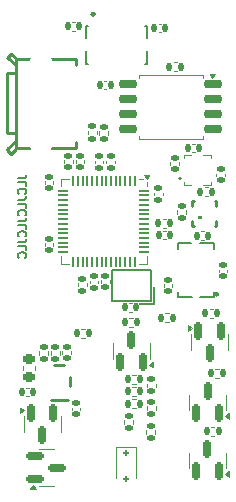
<source format=gbr>
%TF.GenerationSoftware,KiCad,Pcbnew,8.0.0*%
%TF.CreationDate,2024-09-27T20:32:54-07:00*%
%TF.ProjectId,lyrav3r2,6c797261-7633-4723-922e-6b696361645f,rev?*%
%TF.SameCoordinates,Original*%
%TF.FileFunction,Legend,Bot*%
%TF.FilePolarity,Positive*%
%FSLAX46Y46*%
G04 Gerber Fmt 4.6, Leading zero omitted, Abs format (unit mm)*
G04 Created by KiCad (PCBNEW 8.0.0) date 2024-09-27 20:32:54*
%MOMM*%
%LPD*%
G01*
G04 APERTURE LIST*
G04 Aperture macros list*
%AMRoundRect*
0 Rectangle with rounded corners*
0 $1 Rounding radius*
0 $2 $3 $4 $5 $6 $7 $8 $9 X,Y pos of 4 corners*
0 Add a 4 corners polygon primitive as box body*
4,1,4,$2,$3,$4,$5,$6,$7,$8,$9,$2,$3,0*
0 Add four circle primitives for the rounded corners*
1,1,$1+$1,$2,$3*
1,1,$1+$1,$4,$5*
1,1,$1+$1,$6,$7*
1,1,$1+$1,$8,$9*
0 Add four rect primitives between the rounded corners*
20,1,$1+$1,$2,$3,$4,$5,0*
20,1,$1+$1,$4,$5,$6,$7,0*
20,1,$1+$1,$6,$7,$8,$9,0*
20,1,$1+$1,$8,$9,$2,$3,0*%
G04 Aperture macros list end*
%ADD10C,0.175000*%
%ADD11C,0.120000*%
%ADD12C,0.250000*%
%ADD13C,0.150000*%
%ADD14C,0.200000*%
%ADD15C,0.100000*%
%ADD16R,2.200000X2.200000*%
%ADD17C,2.200000*%
%ADD18C,3.800000*%
%ADD19RoundRect,0.135000X0.185000X-0.135000X0.185000X0.135000X-0.185000X0.135000X-0.185000X-0.135000X0*%
%ADD20RoundRect,0.140000X-0.170000X0.140000X-0.170000X-0.140000X0.170000X-0.140000X0.170000X0.140000X0*%
%ADD21RoundRect,0.140000X0.170000X-0.140000X0.170000X0.140000X-0.170000X0.140000X-0.170000X-0.140000X0*%
%ADD22RoundRect,0.135000X-0.135000X-0.185000X0.135000X-0.185000X0.135000X0.185000X-0.135000X0.185000X0*%
%ADD23RoundRect,0.150000X0.150000X-0.587500X0.150000X0.587500X-0.150000X0.587500X-0.150000X-0.587500X0*%
%ADD24RoundRect,0.135000X0.135000X0.185000X-0.135000X0.185000X-0.135000X-0.185000X0.135000X-0.185000X0*%
%ADD25R,0.500000X0.300000*%
%ADD26R,0.300000X0.500000*%
%ADD27RoundRect,0.135000X-0.185000X0.135000X-0.185000X-0.135000X0.185000X-0.135000X0.185000X0.135000X0*%
%ADD28RoundRect,0.150000X0.650000X0.150000X-0.650000X0.150000X-0.650000X-0.150000X0.650000X-0.150000X0*%
%ADD29RoundRect,0.140000X-0.140000X-0.170000X0.140000X-0.170000X0.140000X0.170000X-0.140000X0.170000X0*%
%ADD30RoundRect,0.125000X-0.125000X0.125000X-0.125000X-0.125000X0.125000X-0.125000X0.125000X0.125000X0*%
%ADD31R,1.000000X0.800000*%
%ADD32R,3.200000X3.200000*%
%ADD33RoundRect,0.050000X0.050000X0.387500X-0.050000X0.387500X-0.050000X-0.387500X0.050000X-0.387500X0*%
%ADD34RoundRect,0.050000X0.387500X0.050000X-0.387500X0.050000X-0.387500X-0.050000X0.387500X-0.050000X0*%
%ADD35RoundRect,0.150000X-0.150000X0.587500X-0.150000X-0.587500X0.150000X-0.587500X0.150000X0.587500X0*%
%ADD36RoundRect,0.225000X-0.250000X0.225000X-0.250000X-0.225000X0.250000X-0.225000X0.250000X0.225000X0*%
%ADD37R,0.800000X0.250000*%
%ADD38R,0.250000X0.800000*%
%ADD39RoundRect,0.140000X0.140000X0.170000X-0.140000X0.170000X-0.140000X-0.170000X0.140000X-0.170000X0*%
%ADD40R,1.600000X0.400000*%
%ADD41O,1.400000X1.200000*%
%ADD42O,1.900000X1.200000*%
%ADD43R,1.550000X0.600000*%
%ADD44O,0.450000X1.770000*%
%ADD45R,1.000000X0.600000*%
%ADD46R,0.500000X0.280000*%
%ADD47R,0.280000X0.500000*%
%ADD48RoundRect,0.150000X-0.587500X-0.150000X0.587500X-0.150000X0.587500X0.150000X-0.587500X0.150000X0*%
G04 APERTURE END LIST*
D10*
X152233Y26207603D02*
X652233Y26207603D01*
X652233Y26207603D02*
X752233Y26240936D01*
X752233Y26240936D02*
X818900Y26307603D01*
X818900Y26307603D02*
X852233Y26407603D01*
X852233Y26407603D02*
X852233Y26474269D01*
X852233Y25540936D02*
X852233Y25874270D01*
X852233Y25874270D02*
X152233Y25874270D01*
X785566Y24907603D02*
X818900Y24940936D01*
X818900Y24940936D02*
X852233Y25040936D01*
X852233Y25040936D02*
X852233Y25107603D01*
X852233Y25107603D02*
X818900Y25207603D01*
X818900Y25207603D02*
X752233Y25274269D01*
X752233Y25274269D02*
X685566Y25307603D01*
X685566Y25307603D02*
X552233Y25340936D01*
X552233Y25340936D02*
X452233Y25340936D01*
X452233Y25340936D02*
X318900Y25307603D01*
X318900Y25307603D02*
X252233Y25274269D01*
X252233Y25274269D02*
X185566Y25207603D01*
X185566Y25207603D02*
X152233Y25107603D01*
X152233Y25107603D02*
X152233Y25040936D01*
X152233Y25040936D02*
X185566Y24940936D01*
X185566Y24940936D02*
X218900Y24907603D01*
X152233Y24407603D02*
X652233Y24407603D01*
X652233Y24407603D02*
X752233Y24440936D01*
X752233Y24440936D02*
X818900Y24507603D01*
X818900Y24507603D02*
X852233Y24607603D01*
X852233Y24607603D02*
X852233Y24674269D01*
X852233Y23740936D02*
X852233Y24074270D01*
X852233Y24074270D02*
X152233Y24074270D01*
X785566Y23107603D02*
X818900Y23140936D01*
X818900Y23140936D02*
X852233Y23240936D01*
X852233Y23240936D02*
X852233Y23307603D01*
X852233Y23307603D02*
X818900Y23407603D01*
X818900Y23407603D02*
X752233Y23474269D01*
X752233Y23474269D02*
X685566Y23507603D01*
X685566Y23507603D02*
X552233Y23540936D01*
X552233Y23540936D02*
X452233Y23540936D01*
X452233Y23540936D02*
X318900Y23507603D01*
X318900Y23507603D02*
X252233Y23474269D01*
X252233Y23474269D02*
X185566Y23407603D01*
X185566Y23407603D02*
X152233Y23307603D01*
X152233Y23307603D02*
X152233Y23240936D01*
X152233Y23240936D02*
X185566Y23140936D01*
X185566Y23140936D02*
X218900Y23107603D01*
X152233Y22607603D02*
X652233Y22607603D01*
X652233Y22607603D02*
X752233Y22640936D01*
X752233Y22640936D02*
X818900Y22707603D01*
X818900Y22707603D02*
X852233Y22807603D01*
X852233Y22807603D02*
X852233Y22874269D01*
X852233Y21940936D02*
X852233Y22274270D01*
X852233Y22274270D02*
X152233Y22274270D01*
X785566Y21307603D02*
X818900Y21340936D01*
X818900Y21340936D02*
X852233Y21440936D01*
X852233Y21440936D02*
X852233Y21507603D01*
X852233Y21507603D02*
X818900Y21607603D01*
X818900Y21607603D02*
X752233Y21674269D01*
X752233Y21674269D02*
X685566Y21707603D01*
X685566Y21707603D02*
X552233Y21740936D01*
X552233Y21740936D02*
X452233Y21740936D01*
X452233Y21740936D02*
X318900Y21707603D01*
X318900Y21707603D02*
X252233Y21674269D01*
X252233Y21674269D02*
X185566Y21607603D01*
X185566Y21607603D02*
X152233Y21507603D01*
X152233Y21507603D02*
X152233Y21440936D01*
X152233Y21440936D02*
X185566Y21340936D01*
X185566Y21340936D02*
X218900Y21307603D01*
X152233Y20807603D02*
X652233Y20807603D01*
X652233Y20807603D02*
X752233Y20840936D01*
X752233Y20840936D02*
X818900Y20907603D01*
X818900Y20907603D02*
X852233Y21007603D01*
X852233Y21007603D02*
X852233Y21074269D01*
X852233Y20140936D02*
X852233Y20474270D01*
X852233Y20474270D02*
X152233Y20474270D01*
X785566Y19507603D02*
X818900Y19540936D01*
X818900Y19540936D02*
X852233Y19640936D01*
X852233Y19640936D02*
X852233Y19707603D01*
X852233Y19707603D02*
X818900Y19807603D01*
X818900Y19807603D02*
X752233Y19874269D01*
X752233Y19874269D02*
X685566Y19907603D01*
X685566Y19907603D02*
X552233Y19940936D01*
X552233Y19940936D02*
X452233Y19940936D01*
X452233Y19940936D02*
X318900Y19907603D01*
X318900Y19907603D02*
X252233Y19874269D01*
X252233Y19874269D02*
X185566Y19807603D01*
X185566Y19807603D02*
X152233Y19707603D01*
X152233Y19707603D02*
X152233Y19640936D01*
X152233Y19640936D02*
X185566Y19540936D01*
X185566Y19540936D02*
X218900Y19507603D01*
D11*
%TO.C,R18*%
X6078800Y30246641D02*
X6078800Y29939359D01*
X6838800Y30246641D02*
X6838800Y29939359D01*
%TO.C,C3*%
X3914400Y11341564D02*
X3914400Y11557236D01*
X4634400Y11341564D02*
X4634400Y11557236D01*
%TO.C,C18*%
X5057600Y27762236D02*
X5057600Y27546564D01*
X5777600Y27762236D02*
X5777600Y27546564D01*
%TO.C,R28*%
X12708441Y22042200D02*
X12401159Y22042200D01*
X12708441Y22802200D02*
X12401159Y22802200D01*
%TO.C,Q4*%
X8211000Y12249500D02*
X8211000Y11599500D01*
X8211000Y10949500D02*
X8211000Y11599500D01*
X11331000Y12249500D02*
X11331000Y11599500D01*
X11331000Y10949500D02*
X11331000Y11599500D01*
X11611000Y10197000D02*
X11281000Y10437000D01*
X11611000Y10677000D01*
X11611000Y10197000D01*
G36*
X11611000Y10197000D02*
G01*
X11281000Y10437000D01*
X11611000Y10677000D01*
X11611000Y10197000D01*
G37*
%TO.C,R2*%
X1964000Y11577641D02*
X1964000Y11270359D01*
X2724000Y11577641D02*
X2724000Y11270359D01*
%TO.C,R13*%
X15957159Y25443800D02*
X16264441Y25443800D01*
X15957159Y24683800D02*
X16264441Y24683800D01*
%TO.C,R3*%
X5517759Y13455000D02*
X5825041Y13455000D01*
X5517759Y12695000D02*
X5825041Y12695000D01*
%TO.C,C24*%
X7403200Y27714036D02*
X7403200Y27498364D01*
X6683200Y27714036D02*
X6683200Y27498364D01*
%TO.C,C1*%
X17867800Y18488836D02*
X17867800Y18273164D01*
X17147800Y18488836D02*
X17147800Y18273164D01*
%TO.C,Q9*%
X14642200Y2978500D02*
X14642200Y2328500D01*
X14642200Y1678500D02*
X14642200Y2328500D01*
X17762200Y2978500D02*
X17762200Y2328500D01*
X17762200Y1678500D02*
X17762200Y2328500D01*
X18042200Y926000D02*
X17712200Y1166000D01*
X18042200Y1406000D01*
X18042200Y926000D01*
G36*
X18042200Y926000D02*
G01*
X17712200Y1166000D01*
X18042200Y1406000D01*
X18042200Y926000D01*
G37*
%TO.C,C12*%
X17690000Y26619436D02*
X17690000Y26403764D01*
X16970000Y26619436D02*
X16970000Y26403764D01*
D12*
%TO.C,U3*%
X16943000Y22215000D02*
X16813000Y22215000D01*
X16943000Y22605000D02*
X16943000Y22215000D01*
X16943000Y24255000D02*
X16943000Y23865000D01*
X16813000Y24255000D02*
X16943000Y24255000D01*
X15053000Y22215000D02*
X14913000Y22215000D01*
X14913000Y22215000D02*
X14913000Y22605000D01*
X14913000Y23865000D02*
X14913000Y24255000D01*
X14913000Y24255000D02*
X15053000Y24255000D01*
X15633000Y22905000D02*
G75*
G02*
X15513000Y22905000I-60000J0D01*
G01*
X15513000Y22905000D02*
G75*
G02*
X15633000Y22905000I60000J0D01*
G01*
D11*
%TO.C,R15*%
X7044000Y29888559D02*
X7044000Y30195841D01*
X7804000Y29888559D02*
X7804000Y30195841D01*
%TO.C,U9*%
X15838600Y34977000D02*
X13113600Y34977000D01*
X10388600Y34977000D02*
X13113600Y34977000D01*
X15838600Y34717000D02*
X15838600Y34977000D01*
X10388600Y34717000D02*
X10388600Y34977000D01*
X15838600Y29787000D02*
X15838600Y29527000D01*
X10388600Y29787000D02*
X10388600Y29527000D01*
X15838600Y29527000D02*
X13113600Y29527000D01*
X10388600Y29527000D02*
X13113600Y29527000D01*
X16621100Y34717000D02*
X16381100Y35047000D01*
X16861100Y35047000D01*
X16621100Y34717000D01*
G36*
X16621100Y34717000D02*
G01*
X16381100Y35047000D01*
X16861100Y35047000D01*
X16621100Y34717000D01*
G37*
%TO.C,R20*%
X11057200Y6596759D02*
X11057200Y6904041D01*
X11817200Y6596759D02*
X11817200Y6904041D01*
%TO.C,R16*%
X13648000Y23515641D02*
X13648000Y23208359D01*
X14408000Y23515641D02*
X14408000Y23208359D01*
%TO.C,C21*%
X4787000Y27739436D02*
X4787000Y27523764D01*
X4067000Y27739436D02*
X4067000Y27523764D01*
%TO.C,R1*%
X5240600Y17368841D02*
X5240600Y17061559D01*
X6000600Y17368841D02*
X6000600Y17061559D01*
%TO.C,C4*%
X15913836Y21715400D02*
X15698164Y21715400D01*
X15913836Y20995400D02*
X15698164Y20995400D01*
%TO.C,D1*%
X10179000Y837200D02*
X10179000Y3497200D01*
X10179000Y3497200D02*
X8479000Y3497200D01*
X8479000Y837200D02*
X8479000Y3497200D01*
%TO.C,R24*%
X11082600Y8527159D02*
X11082600Y8834441D01*
X11842600Y8527159D02*
X11842600Y8834441D01*
%TO.C,Q5*%
X14662600Y7906100D02*
X14662600Y7256100D01*
X14662600Y6606100D02*
X14662600Y7256100D01*
X17782600Y7906100D02*
X17782600Y7256100D01*
X17782600Y6606100D02*
X17782600Y7256100D01*
X18062600Y5853600D02*
X17732600Y6093600D01*
X18062600Y6333600D01*
X18062600Y5853600D01*
G36*
X18062600Y5853600D02*
G01*
X17732600Y6093600D01*
X18062600Y6333600D01*
X18062600Y5853600D01*
G37*
%TO.C,R17*%
X10143041Y9568800D02*
X9835759Y9568800D01*
X10143041Y8808800D02*
X9835759Y8808800D01*
%TO.C,R21*%
X9835759Y7486000D02*
X10143041Y7486000D01*
X9835759Y6726000D02*
X10143041Y6726000D01*
%TO.C,C23*%
X7933800Y17363964D02*
X7933800Y17579636D01*
X7213800Y17363964D02*
X7213800Y17579636D01*
D13*
%TO.C,X2*%
X11683400Y15569400D02*
X11683400Y17029400D01*
X11443400Y15799400D02*
X11323400Y15799400D01*
X11443400Y18459400D02*
X11443400Y15799400D01*
X11323400Y15799400D02*
X8143400Y15799400D01*
X10423400Y15569400D02*
X11683400Y15569400D01*
X8143400Y15799400D02*
X8143400Y18459400D01*
X8143400Y18459400D02*
X11443400Y18459400D01*
D11*
%TO.C,C17*%
X6971200Y17338564D02*
X6971200Y17554236D01*
X6251200Y17338564D02*
X6251200Y17554236D01*
%TO.C,C2*%
X12525000Y17028564D02*
X12525000Y17244236D01*
X13245000Y17028564D02*
X13245000Y17244236D01*
%TO.C,C16*%
X8368400Y27711436D02*
X8368400Y27495764D01*
X7648400Y27711436D02*
X7648400Y27495764D01*
%TO.C,U8*%
X11046800Y26171800D02*
X10806800Y26501800D01*
X11286800Y26501800D01*
X11046800Y26171800D01*
G36*
X11046800Y26171800D02*
G01*
X10806800Y26501800D01*
X11286800Y26501800D01*
X11046800Y26171800D01*
G37*
X3826800Y18951800D02*
X4476800Y18951800D01*
X11046800Y18951800D02*
X10396800Y18951800D01*
X3826800Y19601800D02*
X3826800Y18951800D01*
X11046800Y19601800D02*
X11046800Y18951800D01*
X3826800Y25521800D02*
X3826800Y26171800D01*
X11046800Y25931800D02*
X11046800Y25521800D01*
X3826800Y26171800D02*
X4476800Y26171800D01*
X10746800Y26171800D02*
X10396800Y26171800D01*
%TO.C,R10*%
X16388959Y15182200D02*
X16696241Y15182200D01*
X16388959Y14422200D02*
X16696241Y14422200D01*
%TO.C,Q2*%
X14830200Y13011500D02*
X14830200Y12361500D01*
X14830200Y11711500D02*
X14830200Y12361500D01*
X17950200Y13011500D02*
X17950200Y12361500D01*
X17950200Y11711500D02*
X17950200Y12361500D01*
X14880200Y13524000D02*
X14550200Y13284000D01*
X14550200Y13764000D01*
X14880200Y13524000D01*
G36*
X14880200Y13524000D02*
G01*
X14550200Y13284000D01*
X14550200Y13764000D01*
X14880200Y13524000D01*
G37*
%TO.C,R26*%
X12629759Y14041200D02*
X12937041Y14041200D01*
X12629759Y14801200D02*
X12937041Y14801200D01*
%TO.C,R27*%
X9581759Y14420200D02*
X9889041Y14420200D01*
X9581759Y13660200D02*
X9889041Y13660200D01*
%TO.C,C7*%
X564000Y10001020D02*
X564000Y10282180D01*
X1584000Y10001020D02*
X1584000Y10282180D01*
%TO.C,R25*%
X9835759Y8552800D02*
X10143041Y8552800D01*
X9835759Y7792800D02*
X10143041Y7792800D01*
D14*
%TO.C,U2*%
X16751800Y16144400D02*
X15551800Y16144400D01*
X16751800Y16604400D02*
X16751800Y16144400D01*
X16751800Y20594400D02*
X16751800Y20264400D01*
X16751800Y20714400D02*
X16751800Y20594400D01*
X15601800Y20714400D02*
X16751800Y20714400D01*
X14891800Y16144400D02*
X13701800Y16144400D01*
X13701800Y16144400D02*
X13701800Y16604400D01*
X13701800Y20264400D02*
X13701800Y20714400D01*
X13701800Y20714400D02*
X14841800Y20714400D01*
D12*
X17111800Y16404400D02*
G75*
G02*
X16891800Y16404400I-110000J0D01*
G01*
X16891800Y16404400D02*
G75*
G02*
X17111800Y16404400I110000J0D01*
G01*
D11*
%TO.C,R12*%
X16797841Y5174600D02*
X16490559Y5174600D01*
X16797841Y4414600D02*
X16490559Y4414600D01*
%TO.C,C9*%
X14910764Y29157600D02*
X15126436Y29157600D01*
X14910764Y28437600D02*
X15126436Y28437600D01*
%TO.C,C13*%
X9602164Y15644800D02*
X9817836Y15644800D01*
X9602164Y14924800D02*
X9817836Y14924800D01*
%TO.C,C25*%
X11689600Y24778164D02*
X11689600Y24993836D01*
X12409600Y24778164D02*
X12409600Y24993836D01*
%TO.C,C19*%
X3161200Y20485564D02*
X3161200Y20701236D01*
X2441200Y20485564D02*
X2441200Y20701236D01*
%TO.C,C50*%
X4750764Y38724600D02*
X4966436Y38724600D01*
X4750764Y39444600D02*
X4966436Y39444600D01*
%TO.C,C8*%
X13058400Y27368964D02*
X13058400Y27584636D01*
X13778400Y27368964D02*
X13778400Y27584636D01*
D12*
%TO.C,J7*%
X-757100Y36431200D02*
X-427100Y36761200D01*
X-757100Y35131200D02*
X-757100Y30091200D01*
X-757100Y30091200D02*
X-27100Y30091200D01*
X-757100Y28671200D02*
X-757100Y28631200D01*
X-757100Y28631200D02*
X-427100Y28301200D01*
X-677100Y36431200D02*
X-757100Y36431200D01*
X-427100Y36761200D02*
X-27100Y36361200D01*
X-427100Y28301200D02*
X-27100Y28701200D01*
X-27100Y36361200D02*
X-27100Y36281200D01*
X-27100Y36281200D02*
X5092900Y36281200D01*
X-27100Y35781200D02*
X-677100Y36431200D01*
X-27100Y35131200D02*
X-757100Y35131200D01*
X-27100Y29401200D02*
X-757100Y28671200D01*
X-27100Y28781200D02*
X-27100Y36281200D01*
X-27100Y28701200D02*
X-27100Y28781200D01*
X5092900Y36281200D02*
X5092900Y35781200D01*
X5092900Y29281200D02*
X5092900Y28781200D01*
X5092900Y28781200D02*
X-27100Y28781200D01*
D11*
%TO.C,C26*%
X12662636Y21766200D02*
X12446964Y21766200D01*
X12662636Y21046200D02*
X12446964Y21046200D01*
D12*
%TO.C,U5*%
X6639800Y40103000D02*
G75*
G02*
X6399800Y40103000I-120000J0D01*
G01*
X6399800Y40103000D02*
G75*
G02*
X6639800Y40103000I120000J0D01*
G01*
D13*
X11099800Y39093000D02*
X11099800Y38053000D01*
X10929800Y39093000D02*
X11099800Y39093000D01*
X6109800Y39093000D02*
X5939800Y39093000D01*
X5939800Y39093000D02*
X5939800Y38053000D01*
X11099800Y35933000D02*
X11099800Y36973000D01*
X10929800Y35933000D02*
X11099800Y35933000D01*
X6109800Y35933000D02*
X5939800Y35933000D01*
X5939800Y35933000D02*
X5939800Y36973000D01*
D11*
%TO.C,R23*%
X9177600Y5710241D02*
X9177600Y5402959D01*
X9937600Y5710241D02*
X9937600Y5402959D01*
%TO.C,C32*%
X12281636Y39315000D02*
X12065964Y39315000D01*
X12281636Y38595000D02*
X12065964Y38595000D01*
%TO.C,Q3*%
X657000Y6054200D02*
X657000Y5404200D01*
X657000Y4754200D02*
X657000Y5404200D01*
X3777000Y6054200D02*
X3777000Y5404200D01*
X3777000Y4754200D02*
X3777000Y5404200D01*
X707000Y6566700D02*
X377000Y6326700D01*
X377000Y6806700D01*
X707000Y6566700D01*
G36*
X707000Y6566700D02*
G01*
X377000Y6326700D01*
X377000Y6806700D01*
X707000Y6566700D01*
G37*
%TO.C,R22*%
X11031800Y4590159D02*
X11031800Y4897441D01*
X11791800Y4590159D02*
X11791800Y4897441D01*
%TO.C,C22*%
X3161200Y25984436D02*
X3161200Y25768764D01*
X2441200Y25984436D02*
X2441200Y25768764D01*
D12*
%TO.C,U6*%
X2964800Y7474800D02*
X4364800Y7474800D01*
X3244800Y10394800D02*
X4084800Y10394800D01*
X4554800Y9384800D02*
X4554800Y8624800D01*
D15*
%TO.C,U4*%
X14208800Y28213400D02*
X14838800Y28213400D01*
X14208800Y27963400D02*
X14208800Y28213400D01*
X14208800Y25903400D02*
X14208800Y25673400D01*
X14208800Y25673400D02*
X14838800Y25673400D01*
X15858800Y28213400D02*
X16488800Y28213400D01*
X15858800Y25673400D02*
X16488800Y25673400D01*
X16488800Y28213400D02*
X16488800Y27963400D01*
X16488800Y25673400D02*
X16488800Y25933400D01*
D13*
X13958800Y26193400D02*
G75*
G02*
X13818800Y26193400I-70000J0D01*
G01*
X13818800Y26193400D02*
G75*
G02*
X13958800Y26193400I70000J0D01*
G01*
D11*
%TO.C,C6*%
X864564Y8482000D02*
X1080236Y8482000D01*
X864564Y7762000D02*
X1080236Y7762000D01*
%TO.C,C27*%
X7443164Y33771600D02*
X7658836Y33771600D01*
X7443164Y34491600D02*
X7658836Y34491600D01*
%TO.C,R11*%
X17178841Y10076800D02*
X16871559Y10076800D01*
X17178841Y9316800D02*
X16871559Y9316800D01*
%TO.C,Q1*%
X1922600Y3281200D02*
X2572600Y3281200D01*
X1922600Y161200D02*
X2572600Y161200D01*
X3222600Y3281200D02*
X2572600Y3281200D01*
X3222600Y161200D02*
X2572600Y161200D01*
X1650100Y-118800D02*
X1170100Y-118800D01*
X1410100Y211200D01*
X1650100Y-118800D01*
G36*
X1650100Y-118800D02*
G01*
X1170100Y-118800D01*
X1410100Y211200D01*
X1650100Y-118800D01*
G37*
%TO.C,R14*%
X13340959Y36035600D02*
X13648241Y36035600D01*
X13340959Y35275600D02*
X13648241Y35275600D01*
%TO.C,C5*%
X4701800Y6591764D02*
X4701800Y6807436D01*
X5421800Y6591764D02*
X5421800Y6807436D01*
%TO.C,R4*%
X2929200Y11270359D02*
X2929200Y11577641D01*
X3689200Y11270359D02*
X3689200Y11577641D01*
%TD*%
%LPC*%
D16*
%TO.C,J6*%
X13240600Y2356200D03*
D17*
X13240600Y4896200D03*
X13240600Y7436200D03*
X13240600Y9976200D03*
X13240600Y12516200D03*
%TD*%
D18*
%TO.C,H1*%
X15831400Y37763800D03*
%TD*%
D16*
%TO.C,J2*%
X6763600Y9950800D03*
D17*
X6763600Y7410800D03*
X6763600Y4870800D03*
X6763600Y2330800D03*
%TD*%
D18*
%TO.C,H2*%
X2369400Y14527100D03*
%TD*%
D19*
%TO.C,R18*%
X6458800Y29583000D03*
X6458800Y30603000D03*
%TD*%
D20*
%TO.C,C3*%
X4274400Y11929400D03*
X4274400Y10969400D03*
%TD*%
D21*
%TO.C,C18*%
X5417600Y28134400D03*
X5417600Y27174400D03*
%TD*%
D22*
%TO.C,R28*%
X13064800Y22422200D03*
X12044800Y22422200D03*
%TD*%
D23*
%TO.C,Q4*%
X10721000Y10662000D03*
X8821000Y10662000D03*
X9771000Y12537000D03*
%TD*%
D19*
%TO.C,R2*%
X2344000Y10914000D03*
X2344000Y11934000D03*
%TD*%
D24*
%TO.C,R13*%
X16620800Y25063800D03*
X15600800Y25063800D03*
%TD*%
%TO.C,R3*%
X6181400Y13075000D03*
X5161400Y13075000D03*
%TD*%
D21*
%TO.C,C24*%
X7043200Y28086200D03*
X7043200Y27126200D03*
%TD*%
%TO.C,C1*%
X17507800Y17901000D03*
X17507800Y18861000D03*
%TD*%
D23*
%TO.C,Q9*%
X17152200Y1391000D03*
X15252200Y1391000D03*
X16202200Y3266000D03*
%TD*%
D21*
%TO.C,C12*%
X17330000Y26031600D03*
X17330000Y26991600D03*
%TD*%
D25*
%TO.C,U3*%
X15063000Y22985000D03*
X15063000Y23485000D03*
D26*
X15433000Y24105000D03*
X15933000Y24105000D03*
X16433000Y24105000D03*
D25*
X16803000Y23485000D03*
X16803000Y22985000D03*
D26*
X16433000Y22365000D03*
X15933000Y22365000D03*
X15433000Y22365000D03*
%TD*%
D27*
%TO.C,R15*%
X7424000Y30552200D03*
X7424000Y29532200D03*
%TD*%
D28*
%TO.C,U9*%
X16713600Y34157000D03*
X16713600Y32887000D03*
X16713600Y31617000D03*
X16713600Y30347000D03*
X9513600Y30347000D03*
X9513600Y31617000D03*
X9513600Y32887000D03*
X9513600Y34157000D03*
%TD*%
D27*
%TO.C,R20*%
X11437200Y7260400D03*
X11437200Y6240400D03*
%TD*%
D19*
%TO.C,R16*%
X14028000Y22852000D03*
X14028000Y23872000D03*
%TD*%
D21*
%TO.C,C21*%
X4427000Y28111600D03*
X4427000Y27151600D03*
%TD*%
D19*
%TO.C,R1*%
X5620600Y17725200D03*
X5620600Y16705200D03*
%TD*%
D29*
%TO.C,C4*%
X15326000Y21355400D03*
X16286000Y21355400D03*
%TD*%
D30*
%TO.C,D1*%
X9329000Y2987200D03*
X9329000Y787200D03*
%TD*%
D27*
%TO.C,R24*%
X11462600Y9190800D03*
X11462600Y8170800D03*
%TD*%
D23*
%TO.C,Q5*%
X17172600Y6318600D03*
X15272600Y6318600D03*
X16222600Y8193600D03*
%TD*%
D22*
%TO.C,R17*%
X9479400Y9188800D03*
X10499400Y9188800D03*
%TD*%
D24*
%TO.C,R21*%
X10499400Y7106000D03*
X9479400Y7106000D03*
%TD*%
D20*
%TO.C,C23*%
X7573800Y16991800D03*
X7573800Y17951800D03*
%TD*%
D31*
%TO.C,X2*%
X10693400Y16529400D03*
X8893400Y16529400D03*
X8893400Y17729400D03*
X10693400Y17729400D03*
%TD*%
D20*
%TO.C,C17*%
X6611200Y16966400D03*
X6611200Y17926400D03*
%TD*%
%TO.C,C2*%
X12885000Y17616400D03*
X12885000Y16656400D03*
%TD*%
D21*
%TO.C,C16*%
X8008400Y28083600D03*
X8008400Y27123600D03*
%TD*%
D32*
%TO.C,U8*%
X7436800Y22561800D03*
D33*
X10036800Y25999300D03*
X9636800Y25999300D03*
X9236800Y25999300D03*
X8836800Y25999300D03*
X8436800Y25999300D03*
X8036800Y25999300D03*
X7636800Y25999300D03*
X7236800Y25999300D03*
X6836800Y25999300D03*
X6436800Y25999300D03*
X6036800Y25999300D03*
X5636800Y25999300D03*
X5236800Y25999300D03*
X4836800Y25999300D03*
D34*
X3999300Y25161800D03*
X3999300Y24761800D03*
X3999300Y24361800D03*
X3999300Y23961800D03*
X3999300Y23561800D03*
X3999300Y23161800D03*
X3999300Y22761800D03*
X3999300Y22361800D03*
X3999300Y21961800D03*
X3999300Y21561800D03*
X3999300Y21161800D03*
X3999300Y20761800D03*
X3999300Y20361800D03*
X3999300Y19961800D03*
D33*
X4836800Y19124300D03*
X5236800Y19124300D03*
X5636800Y19124300D03*
X6036800Y19124300D03*
X6436800Y19124300D03*
X6836800Y19124300D03*
X7236800Y19124300D03*
X7636800Y19124300D03*
X8036800Y19124300D03*
X8436800Y19124300D03*
X8836800Y19124300D03*
X9236800Y19124300D03*
X9636800Y19124300D03*
X10036800Y19124300D03*
D34*
X10874300Y19961800D03*
X10874300Y20361800D03*
X10874300Y20761800D03*
X10874300Y21161800D03*
X10874300Y21561800D03*
X10874300Y21961800D03*
X10874300Y22361800D03*
X10874300Y22761800D03*
X10874300Y23161800D03*
X10874300Y23561800D03*
X10874300Y23961800D03*
X10874300Y24361800D03*
X10874300Y24761800D03*
X10874300Y25161800D03*
%TD*%
D24*
%TO.C,R10*%
X17052600Y14802200D03*
X16032600Y14802200D03*
%TD*%
D35*
%TO.C,Q2*%
X15440200Y13299000D03*
X17340200Y13299000D03*
X16390200Y11424000D03*
%TD*%
D24*
%TO.C,R26*%
X12273400Y14421200D03*
X13293400Y14421200D03*
%TD*%
%TO.C,R27*%
X10245400Y14040200D03*
X9225400Y14040200D03*
%TD*%
D36*
%TO.C,C7*%
X1074000Y10916600D03*
X1074000Y9366600D03*
%TD*%
D24*
%TO.C,R25*%
X10499400Y8172800D03*
X9479400Y8172800D03*
%TD*%
D37*
%TO.C,U2*%
X16421800Y16934400D03*
X16421800Y17434400D03*
X16421800Y17934400D03*
X16421800Y18434400D03*
X16421800Y18934400D03*
X16421800Y19434400D03*
X16421800Y19934400D03*
D38*
X15221800Y20344400D03*
D37*
X14021800Y19934400D03*
X14021800Y19434400D03*
X14021800Y18934400D03*
X14021800Y18434400D03*
X14021800Y17934400D03*
X14021800Y17434400D03*
X14021800Y16934400D03*
D38*
X15221800Y16524400D03*
%TD*%
D22*
%TO.C,R12*%
X16134200Y4794600D03*
X17154200Y4794600D03*
%TD*%
D39*
%TO.C,C9*%
X15498600Y28797600D03*
X14538600Y28797600D03*
%TD*%
%TO.C,C13*%
X10190000Y15284800D03*
X9230000Y15284800D03*
%TD*%
D20*
%TO.C,C25*%
X12049600Y24406000D03*
X12049600Y25366000D03*
%TD*%
%TO.C,C19*%
X2801200Y20113400D03*
X2801200Y21073400D03*
%TD*%
D39*
%TO.C,C50*%
X5338600Y39084600D03*
X4378600Y39084600D03*
%TD*%
D20*
%TO.C,C8*%
X13418400Y27956800D03*
X13418400Y26996800D03*
%TD*%
D40*
%TO.C,J7*%
X4772900Y31231200D03*
X4772900Y31881200D03*
X4772900Y32531200D03*
X4772900Y33181200D03*
X4782900Y33831200D03*
D41*
X5022900Y34951200D03*
X5022900Y30111200D03*
D42*
X2122900Y28931200D03*
X2122900Y36131200D03*
%TD*%
D29*
%TO.C,C26*%
X13034800Y21406200D03*
X12074800Y21406200D03*
%TD*%
D43*
%TO.C,U5*%
X6219800Y37513000D03*
D44*
X6519800Y36103000D03*
X7319800Y36103000D03*
X8119800Y36103000D03*
X8919800Y36103000D03*
X9719800Y36103000D03*
X10519800Y36103000D03*
D43*
X10819800Y37513000D03*
D44*
X10519800Y38923000D03*
X9719800Y38923000D03*
X8919800Y38923000D03*
X8119800Y38923000D03*
X7319800Y38923000D03*
X6519800Y38923000D03*
%TD*%
D19*
%TO.C,R23*%
X9557600Y5046600D03*
X9557600Y6066600D03*
%TD*%
D29*
%TO.C,C32*%
X11693800Y38955000D03*
X12653800Y38955000D03*
%TD*%
D35*
%TO.C,Q3*%
X1267000Y6341700D03*
X3167000Y6341700D03*
X2217000Y4466700D03*
%TD*%
D27*
%TO.C,R22*%
X11411800Y5253800D03*
X11411800Y4233800D03*
%TD*%
D21*
%TO.C,C22*%
X2801200Y25396600D03*
X2801200Y26356600D03*
%TD*%
D45*
%TO.C,U6*%
X2564800Y8054800D03*
X2564800Y9004800D03*
X2564800Y9954800D03*
X4764800Y9954800D03*
X4764800Y8054800D03*
%TD*%
D46*
%TO.C,U4*%
X14468800Y26193400D03*
X14468800Y26693400D03*
X14468800Y27193400D03*
X14468800Y27693400D03*
D47*
X15098800Y27823400D03*
X15598800Y27823400D03*
D46*
X16228800Y27693400D03*
X16228800Y27193400D03*
X16228800Y26693400D03*
X16228800Y26193400D03*
D47*
X15598800Y26063400D03*
X15098800Y26063400D03*
%TD*%
D39*
%TO.C,C6*%
X1452400Y8122000D03*
X492400Y8122000D03*
%TD*%
%TO.C,C27*%
X8031000Y34131600D03*
X7071000Y34131600D03*
%TD*%
D22*
%TO.C,R11*%
X16515200Y9696800D03*
X17535200Y9696800D03*
%TD*%
D48*
%TO.C,Q1*%
X1635100Y771200D03*
X1635100Y2671200D03*
X3510100Y1721200D03*
%TD*%
D24*
%TO.C,R14*%
X14004600Y35655600D03*
X12984600Y35655600D03*
%TD*%
D20*
%TO.C,C5*%
X5061800Y7179600D03*
X5061800Y6219600D03*
%TD*%
D27*
%TO.C,R4*%
X3309200Y11934000D03*
X3309200Y10914000D03*
%TD*%
%LPD*%
M02*

</source>
